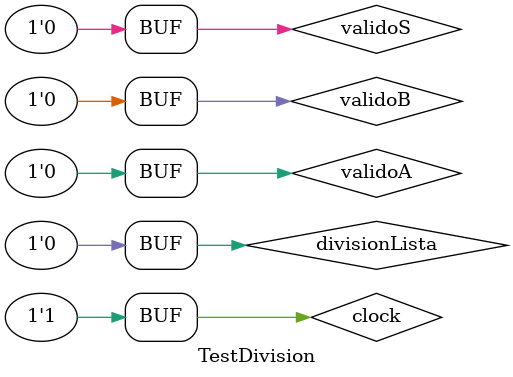
<source format=v>
`timescale 1ns / 1ps


module TestDivision;

	// Inputs
	reg clock;
	reg validoA;
	reg validoB;
	reg divisionLista;
	reg validoS;
	reg validoA;
	reg validoB;

	// Outputs
	wire [15:0] salida;

	// Instantiate the Unit Under Test (UUT)
	suma uut (
		.clock(clock), 
		.validoA(validoA), 
		.validoB(validoB), 
		.divisionLista(divisionLista), 
		.salida(salida), 
		.validoS(validoS), 
		.validoA(validoA), 
		.validoB(validoB)
	);

	initial begin
		// Initialize Inputs
		
		validoA = 0;
		validoB = 0;
		divisionLista = 0;
		#500;
		validoA = 1;
		validoB = 1;
		
		validoS = 0;
		validoA = 0;
		validoB = 0;

		// Wait 100 ns for global reset to finish
		#100;
        
		// Add stimulus here

	end
	
	initial begin 
	
	divisionLista=0;
	#500;
	divisionLista=1;
	#1000;
	divisionLista=0;
	end


	always begin
	clock=0;#5;
	clock=1;#5;
	end
      
      
endmodule


</source>
